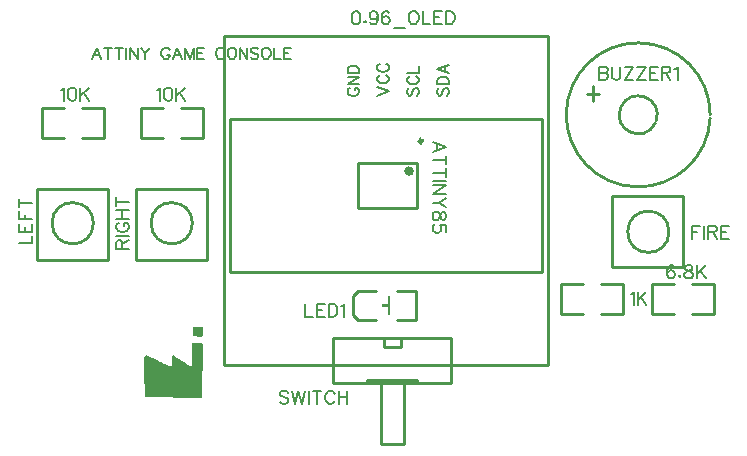
<source format=gto>
G04 Layer: TopSilkLayer*
G04 EasyEDA v6.3.22, 2020-04-03T23:48:27+02:00*
G04 c84acfee6ada4594b27f9e032ef05081,b454bf58618a4ea094e2924ff918fcb0,10*
G04 Gerber Generator version 0.2*
G04 Scale: 100 percent, Rotated: No, Reflected: No *
G04 Dimensions in millimeters *
G04 leading zeros omitted , absolute positions ,3 integer and 3 decimal *
%FSLAX33Y33*%
%MOMM*%
G90*
G71D02*

%ADD10C,0.254000*%
%ADD13C,0.203200*%
%ADD27C,0.299999*%
%ADD28C,0.399999*%
%ADD29C,0.152400*%
%ADD30C,0.202997*%

%LPD*%

%LPD*%
G36*
G01X17840Y7771D02*
G01X17006Y7771D01*
G01X16983Y7712D01*
G01X16979Y7694D01*
G01X16976Y7664D01*
G01X16973Y7625D01*
G01X16971Y7576D01*
G01X16970Y7521D01*
G01X16970Y7462D01*
G01X16972Y7398D01*
G01X16974Y7331D01*
G01X16987Y7009D01*
G01X17784Y6957D01*
G01X17894Y7091D01*
G01X17894Y7362D01*
G01X17892Y7473D01*
G01X17886Y7574D01*
G01X17878Y7654D01*
G01X17867Y7702D01*
G01X17840Y7771D01*
G37*

%LPD*%
G36*
G01X17804Y6465D02*
G01X17024Y6465D01*
G01X16965Y6407D01*
G01X16965Y4419D01*
G01X16939Y4419D01*
G01X16924Y4425D01*
G01X16892Y4441D01*
G01X16843Y4468D01*
G01X16782Y4504D01*
G01X16709Y4548D01*
G01X16626Y4597D01*
G01X16536Y4651D01*
G01X16441Y4710D01*
G01X16391Y4741D01*
G01X16287Y4805D01*
G01X16232Y4838D01*
G01X16177Y4872D01*
G01X16067Y4939D01*
G01X16012Y4972D01*
G01X15958Y5004D01*
G01X15906Y5035D01*
G01X15807Y5095D01*
G01X15761Y5122D01*
G01X15718Y5148D01*
G01X15678Y5170D01*
G01X15643Y5191D01*
G01X15316Y5381D01*
G01X15256Y5358D01*
G01X15195Y5336D01*
G01X15195Y4785D01*
G01X15194Y4699D01*
G01X15192Y4621D01*
G01X15190Y4553D01*
G01X15188Y4497D01*
G01X15185Y4455D01*
G01X15182Y4428D01*
G01X15179Y4419D01*
G01X15174Y4420D01*
G01X15162Y4425D01*
G01X15144Y4433D01*
G01X15119Y4443D01*
G01X15088Y4456D01*
G01X15051Y4472D01*
G01X15009Y4490D01*
G01X14962Y4511D01*
G01X14909Y4534D01*
G01X14852Y4559D01*
G01X14790Y4586D01*
G01X14725Y4615D01*
G01X14655Y4645D01*
G01X14582Y4677D01*
G01X14506Y4711D01*
G01X14427Y4746D01*
G01X14345Y4782D01*
G01X14261Y4819D01*
G01X14175Y4858D01*
G01X14087Y4897D01*
G01X13011Y5374D01*
G01X12953Y5326D01*
G01X12894Y5279D01*
G01X12895Y3967D01*
G01X12895Y3734D01*
G01X12896Y3578D01*
G01X12896Y3501D01*
G01X12897Y3349D01*
G01X12898Y3274D01*
G01X12899Y3200D01*
G01X12900Y3127D01*
G01X12901Y3056D01*
G01X12902Y2986D01*
G01X12903Y2918D01*
G01X12904Y2851D01*
G01X12905Y2787D01*
G01X12906Y2725D01*
G01X12908Y2666D01*
G01X12909Y2609D01*
G01X12910Y2555D01*
G01X12912Y2503D01*
G01X12913Y2455D01*
G01X12915Y2409D01*
G01X12916Y2368D01*
G01X12918Y2329D01*
G01X12919Y2295D01*
G01X12921Y2264D01*
G01X12923Y2237D01*
G01X12951Y1819D01*
G01X17739Y1771D01*
G01X17770Y1799D01*
G01X17800Y1828D01*
G01X17863Y6232D01*
G01X17833Y6349D01*
G01X17804Y6465D01*
G37*

%LPC*%
G36*
G01X13016Y2755D02*
G01X13000Y3047D01*
G01X13000Y1828D01*
G01X13016Y2146D01*
G01X13018Y2215D01*
G01X13020Y2292D01*
G01X13022Y2373D01*
G01X13022Y2538D01*
G01X13020Y2617D01*
G01X13018Y2690D01*
G01X13016Y2755D01*
G37*
G36*
G01X15316Y5017D02*
G01X15300Y5267D01*
G01X15300Y4266D01*
G01X15316Y4517D01*
G01X15319Y4572D01*
G01X15321Y4634D01*
G01X15322Y4699D01*
G01X15323Y4767D01*
G01X15322Y4835D01*
G01X15321Y4900D01*
G01X15319Y4962D01*
G01X15316Y5017D01*
G37*

%LPD*%
G54D10*
G01X51527Y8855D02*
G01X53376Y8855D01*
G01X53376Y11395D01*
G01X51527Y11395D01*
G01X50003Y11395D02*
G01X48145Y11395D01*
G01X48145Y8855D01*
G01X50003Y8855D01*
G01X34290Y10817D02*
G01X35890Y10817D01*
G01X34290Y8417D02*
G01X35890Y8417D01*
G01X32490Y10817D02*
G01X30990Y10817D01*
G01X32490Y8417D02*
G01X30990Y8417D01*
G01X35890Y10817D02*
G01X35890Y8417D01*
G01X30590Y10317D02*
G01X30590Y8917D01*
G01X30590Y10317D02*
G01X30590Y10418D01*
G01X30990Y10817D01*
G01X30590Y8917D02*
G01X30590Y8817D01*
G01X30990Y8417D01*
G01X35993Y17877D02*
G01X35993Y21677D01*
G01X30993Y21677D01*
G01X30993Y17877D01*
G01X35993Y17877D01*
G01X59274Y8855D02*
G01X61123Y8855D01*
G01X61123Y11395D01*
G01X59274Y11395D01*
G01X57750Y11395D02*
G01X55892Y11395D01*
G01X55892Y8855D01*
G01X57750Y8855D01*
G01X6057Y26318D02*
G01X4208Y26318D01*
G01X4208Y23778D01*
G01X6057Y23778D01*
G01X7581Y23778D02*
G01X9439Y23778D01*
G01X9439Y26318D01*
G01X7581Y26318D01*
G01X14439Y26318D02*
G01X12591Y26318D01*
G01X12591Y23778D01*
G01X14439Y23778D01*
G01X15963Y23778D02*
G01X17821Y23778D01*
G01X17821Y26318D01*
G01X15963Y26318D01*
G01X50384Y27524D02*
G01X51400Y27524D01*
G01X50892Y28159D02*
G01X50892Y26889D01*
G01X28871Y6823D02*
G01X33163Y6823D01*
G01X33163Y6823D02*
G01X34586Y6823D01*
G01X34586Y6823D02*
G01X38878Y6823D01*
G01X38878Y6823D02*
G01X38878Y3013D01*
G01X38878Y3013D02*
G01X35983Y3013D01*
G01X35983Y3013D02*
G01X34865Y3013D01*
G01X34865Y3013D02*
G01X32884Y3013D01*
G01X32884Y3013D02*
G01X31766Y3013D01*
G01X31766Y3013D02*
G01X28871Y3013D01*
G01X28871Y3013D02*
G01X28871Y6823D01*
G01X33163Y6823D02*
G01X33163Y6112D01*
G01X33163Y6112D02*
G01X34586Y6112D01*
G01X34586Y6112D02*
G01X34586Y6823D01*
G01X31766Y3013D02*
G01X31766Y3318D01*
G01X31766Y3318D02*
G01X35983Y3318D01*
G01X35983Y3318D02*
G01X35983Y3013D01*
G01X32884Y3013D02*
G01X32884Y-2091D01*
G01X32884Y-2091D02*
G01X34865Y-2091D01*
G01X34865Y-2091D02*
G01X34865Y3013D01*
G01X9823Y13476D02*
G01X9823Y19476D01*
G01X3823Y13475D02*
G01X3823Y19475D01*
G01X9824Y19476D02*
G01X3824Y19476D01*
G01X9824Y13476D02*
G01X3824Y13476D01*
G01X18205Y13476D02*
G01X18205Y19476D01*
G01X12205Y13475D02*
G01X12205Y19475D01*
G01X18206Y19476D02*
G01X12206Y19476D01*
G01X18206Y13476D02*
G01X12206Y13476D01*
G01X52465Y12840D02*
G01X58465Y12840D01*
G01X52464Y18840D02*
G01X58464Y18840D01*
G01X58465Y12840D02*
G01X58465Y18840D01*
G01X52465Y12840D02*
G01X52465Y18840D01*
G01X19667Y32446D02*
G01X47081Y32446D01*
G01X47081Y4537D01*
G01X19667Y4537D01*
G01X19667Y32446D01*
G01X20159Y25365D02*
G01X46575Y25365D01*
G01X46575Y12411D01*
G01X20159Y12411D01*
G01X20159Y25365D01*
G54D13*
G01X8838Y31423D02*
G01X8474Y30468D01*
G01X8838Y31423D02*
G01X9201Y30468D01*
G01X8612Y30786D02*
G01X9066Y30786D01*
G01X9821Y31423D02*
G01X9821Y30468D01*
G01X9501Y31423D02*
G01X10138Y31423D01*
G01X10755Y31423D02*
G01X10755Y30468D01*
G01X10438Y31423D02*
G01X11075Y31423D01*
G01X11375Y31423D02*
G01X11375Y30468D01*
G01X11675Y31423D02*
G01X11675Y30468D01*
G01X11675Y31423D02*
G01X12310Y30468D01*
G01X12310Y31423D02*
G01X12310Y30468D01*
G01X12610Y31423D02*
G01X12975Y30969D01*
G01X12975Y30468D01*
G01X13339Y31423D02*
G01X12975Y30969D01*
G01X15020Y31195D02*
G01X14974Y31286D01*
G01X14883Y31378D01*
G01X14791Y31423D01*
G01X14611Y31423D01*
G01X14520Y31378D01*
G01X14428Y31286D01*
G01X14383Y31195D01*
G01X14339Y31060D01*
G01X14339Y30832D01*
G01X14383Y30694D01*
G01X14428Y30606D01*
G01X14520Y30514D01*
G01X14611Y30468D01*
G01X14791Y30468D01*
G01X14883Y30514D01*
G01X14974Y30606D01*
G01X15020Y30694D01*
G01X15020Y30832D01*
G01X14791Y30832D02*
G01X15020Y30832D01*
G01X15683Y31423D02*
G01X15320Y30468D01*
G01X15683Y31423D02*
G01X16046Y30468D01*
G01X15457Y30786D02*
G01X15912Y30786D01*
G01X16346Y31423D02*
G01X16346Y30468D01*
G01X16346Y31423D02*
G01X16712Y30468D01*
G01X17075Y31423D02*
G01X16712Y30468D01*
G01X17075Y31423D02*
G01X17075Y30468D01*
G01X17375Y31423D02*
G01X17375Y30468D01*
G01X17375Y31423D02*
G01X17966Y31423D01*
G01X17375Y30969D02*
G01X17738Y30969D01*
G01X17375Y30468D02*
G01X17966Y30468D01*
G01X19648Y31195D02*
G01X19602Y31286D01*
G01X19511Y31378D01*
G01X19419Y31423D01*
G01X19239Y31423D01*
G01X19148Y31378D01*
G01X19056Y31286D01*
G01X19010Y31195D01*
G01X18965Y31060D01*
G01X18965Y30832D01*
G01X19010Y30694D01*
G01X19056Y30606D01*
G01X19148Y30514D01*
G01X19239Y30468D01*
G01X19419Y30468D01*
G01X19511Y30514D01*
G01X19602Y30606D01*
G01X19648Y30694D01*
G01X20219Y31423D02*
G01X20128Y31378D01*
G01X20039Y31286D01*
G01X19993Y31195D01*
G01X19948Y31060D01*
G01X19948Y30832D01*
G01X19993Y30694D01*
G01X20039Y30606D01*
G01X20128Y30514D01*
G01X20219Y30468D01*
G01X20402Y30468D01*
G01X20494Y30514D01*
G01X20583Y30606D01*
G01X20628Y30694D01*
G01X20674Y30832D01*
G01X20674Y31060D01*
G01X20628Y31195D01*
G01X20583Y31286D01*
G01X20494Y31378D01*
G01X20402Y31423D01*
G01X20219Y31423D01*
G01X20974Y31423D02*
G01X20974Y30468D01*
G01X20974Y31423D02*
G01X21611Y30468D01*
G01X21611Y31423D02*
G01X21611Y30468D01*
G01X22546Y31286D02*
G01X22457Y31378D01*
G01X22320Y31423D01*
G01X22137Y31423D01*
G01X22003Y31378D01*
G01X21911Y31286D01*
G01X21911Y31195D01*
G01X21957Y31103D01*
G01X22003Y31060D01*
G01X22091Y31014D01*
G01X22366Y30923D01*
G01X22457Y30877D01*
G01X22503Y30832D01*
G01X22546Y30740D01*
G01X22546Y30606D01*
G01X22457Y30514D01*
G01X22320Y30468D01*
G01X22137Y30468D01*
G01X22003Y30514D01*
G01X21911Y30606D01*
G01X23120Y31423D02*
G01X23029Y31378D01*
G01X22937Y31286D01*
G01X22892Y31195D01*
G01X22848Y31060D01*
G01X22848Y30832D01*
G01X22892Y30694D01*
G01X22937Y30606D01*
G01X23029Y30514D01*
G01X23120Y30468D01*
G01X23303Y30468D01*
G01X23392Y30514D01*
G01X23483Y30606D01*
G01X23529Y30694D01*
G01X23575Y30832D01*
G01X23575Y31060D01*
G01X23529Y31195D01*
G01X23483Y31286D01*
G01X23392Y31378D01*
G01X23303Y31423D01*
G01X23120Y31423D01*
G01X23875Y31423D02*
G01X23875Y30468D01*
G01X23875Y30468D02*
G01X24421Y30468D01*
G01X24720Y31423D02*
G01X24720Y30468D01*
G01X24720Y31423D02*
G01X25310Y31423D01*
G01X24720Y30969D02*
G01X25084Y30969D01*
G01X24720Y30468D02*
G01X25310Y30468D01*
G54D29*
G01X54063Y10555D02*
G01X54167Y10606D01*
G01X54322Y10760D01*
G01X54322Y9671D01*
G01X54665Y10760D02*
G01X54665Y9671D01*
G01X55394Y10760D02*
G01X54665Y10034D01*
G01X54926Y10293D02*
G01X55394Y9671D01*
G01X26508Y9744D02*
G01X26508Y8652D01*
G01X26508Y8652D02*
G01X27131Y8652D01*
G01X27474Y9744D02*
G01X27474Y8652D01*
G01X27474Y9744D02*
G01X28149Y9744D01*
G01X27474Y9224D02*
G01X27890Y9224D01*
G01X27474Y8652D02*
G01X28149Y8652D01*
G01X28492Y9744D02*
G01X28492Y8652D01*
G01X28492Y9744D02*
G01X28858Y9744D01*
G01X29013Y9691D01*
G01X29117Y9590D01*
G01X29168Y9485D01*
G01X29221Y9328D01*
G01X29221Y9069D01*
G01X29168Y8914D01*
G01X29117Y8810D01*
G01X29013Y8706D01*
G01X28858Y8652D01*
G01X28492Y8652D01*
G01X29564Y9536D02*
G01X29668Y9590D01*
G01X29823Y9744D01*
G01X29823Y8652D01*
G01X38393Y23046D02*
G01X37304Y23460D01*
G01X38393Y23046D02*
G01X37304Y22630D01*
G01X37667Y23306D02*
G01X37667Y22787D01*
G01X38393Y21924D02*
G01X37304Y21924D01*
G01X38393Y22287D02*
G01X38393Y21561D01*
G01X38393Y20854D02*
G01X37304Y20854D01*
G01X38393Y21218D02*
G01X38393Y20489D01*
G01X38393Y20146D02*
G01X37304Y20146D01*
G01X38393Y19803D02*
G01X37304Y19803D01*
G01X38393Y19803D02*
G01X37304Y19076D01*
G01X38393Y19076D02*
G01X37304Y19076D01*
G01X38393Y18734D02*
G01X37875Y18317D01*
G01X37304Y18317D01*
G01X38393Y17903D02*
G01X37875Y18317D01*
G01X38393Y17301D02*
G01X38342Y17456D01*
G01X38238Y17507D01*
G01X38134Y17507D01*
G01X38030Y17456D01*
G01X37979Y17352D01*
G01X37926Y17144D01*
G01X37875Y16989D01*
G01X37771Y16884D01*
G01X37667Y16831D01*
G01X37512Y16831D01*
G01X37408Y16884D01*
G01X37354Y16935D01*
G01X37304Y17093D01*
G01X37304Y17301D01*
G01X37354Y17456D01*
G01X37408Y17507D01*
G01X37512Y17560D01*
G01X37667Y17560D01*
G01X37771Y17507D01*
G01X37875Y17403D01*
G01X37926Y17248D01*
G01X37979Y17039D01*
G01X38030Y16935D01*
G01X38134Y16884D01*
G01X38238Y16884D01*
G01X38342Y16935D01*
G01X38393Y17093D01*
G01X38393Y17301D01*
G01X38393Y15866D02*
G01X38393Y16387D01*
G01X37926Y16437D01*
G01X37979Y16387D01*
G01X38030Y16229D01*
G01X38030Y16074D01*
G01X37979Y15917D01*
G01X37875Y15815D01*
G01X37720Y15762D01*
G01X37616Y15762D01*
G01X37458Y15815D01*
G01X37354Y15917D01*
G01X37304Y16074D01*
G01X37304Y16229D01*
G01X37354Y16387D01*
G01X37408Y16437D01*
G01X37512Y16488D01*
G01X57771Y12838D02*
G01X57720Y12942D01*
G01X57565Y12993D01*
G01X57461Y12993D01*
G01X57304Y12942D01*
G01X57199Y12787D01*
G01X57149Y12526D01*
G01X57149Y12267D01*
G01X57199Y12058D01*
G01X57304Y11954D01*
G01X57461Y11903D01*
G01X57512Y11903D01*
G01X57669Y11954D01*
G01X57771Y12058D01*
G01X57824Y12216D01*
G01X57824Y12267D01*
G01X57771Y12422D01*
G01X57669Y12526D01*
G01X57512Y12579D01*
G01X57461Y12579D01*
G01X57304Y12526D01*
G01X57199Y12422D01*
G01X57149Y12267D01*
G01X58218Y12163D02*
G01X58167Y12112D01*
G01X58218Y12058D01*
G01X58271Y12112D01*
G01X58218Y12163D01*
G01X58873Y12993D02*
G01X58718Y12942D01*
G01X58665Y12838D01*
G01X58665Y12734D01*
G01X58718Y12630D01*
G01X58822Y12579D01*
G01X59028Y12526D01*
G01X59186Y12475D01*
G01X59290Y12371D01*
G01X59341Y12267D01*
G01X59341Y12112D01*
G01X59290Y12008D01*
G01X59236Y11954D01*
G01X59082Y11903D01*
G01X58873Y11903D01*
G01X58718Y11954D01*
G01X58665Y12008D01*
G01X58614Y12112D01*
G01X58614Y12267D01*
G01X58665Y12371D01*
G01X58769Y12475D01*
G01X58927Y12526D01*
G01X59132Y12579D01*
G01X59236Y12630D01*
G01X59290Y12734D01*
G01X59290Y12838D01*
G01X59236Y12942D01*
G01X59082Y12993D01*
G01X58873Y12993D01*
G01X59684Y12993D02*
G01X59684Y11903D01*
G01X60412Y12993D02*
G01X59684Y12267D01*
G01X59943Y12526D02*
G01X60412Y11903D01*
G01X5807Y27827D02*
G01X5912Y27878D01*
G01X6067Y28032D01*
G01X6067Y26943D01*
G01X6722Y28032D02*
G01X6567Y27982D01*
G01X6463Y27827D01*
G01X6409Y27565D01*
G01X6409Y27410D01*
G01X6463Y27151D01*
G01X6567Y26994D01*
G01X6722Y26943D01*
G01X6826Y26943D01*
G01X6981Y26994D01*
G01X7085Y27151D01*
G01X7138Y27410D01*
G01X7138Y27565D01*
G01X7085Y27827D01*
G01X6981Y27982D01*
G01X6826Y28032D01*
G01X6722Y28032D01*
G01X7481Y28032D02*
G01X7481Y26943D01*
G01X8208Y28032D02*
G01X7481Y27306D01*
G01X7740Y27565D02*
G01X8208Y26943D01*
G01X13935Y27827D02*
G01X14040Y27878D01*
G01X14195Y28032D01*
G01X14195Y26943D01*
G01X14850Y28032D02*
G01X14695Y27982D01*
G01X14591Y27827D01*
G01X14537Y27565D01*
G01X14537Y27410D01*
G01X14591Y27151D01*
G01X14695Y26994D01*
G01X14850Y26943D01*
G01X14954Y26943D01*
G01X15109Y26994D01*
G01X15213Y27151D01*
G01X15266Y27410D01*
G01X15266Y27565D01*
G01X15213Y27827D01*
G01X15109Y27982D01*
G01X14954Y28032D01*
G01X14850Y28032D01*
G01X15609Y28032D02*
G01X15609Y26943D01*
G01X16336Y28032D02*
G01X15609Y27306D01*
G01X15868Y27565D02*
G01X16336Y26943D01*
G01X51400Y29810D02*
G01X51400Y28721D01*
G01X51400Y29810D02*
G01X51868Y29810D01*
G01X52023Y29760D01*
G01X52076Y29709D01*
G01X52127Y29605D01*
G01X52127Y29501D01*
G01X52076Y29396D01*
G01X52023Y29343D01*
G01X51868Y29292D01*
G01X51400Y29292D02*
G01X51868Y29292D01*
G01X52023Y29239D01*
G01X52076Y29188D01*
G01X52127Y29084D01*
G01X52127Y28929D01*
G01X52076Y28825D01*
G01X52023Y28772D01*
G01X51868Y28721D01*
G01X51400Y28721D01*
G01X52470Y29810D02*
G01X52470Y29033D01*
G01X52523Y28876D01*
G01X52627Y28772D01*
G01X52782Y28721D01*
G01X52886Y28721D01*
G01X53041Y28772D01*
G01X53145Y28876D01*
G01X53199Y29033D01*
G01X53199Y29810D01*
G01X54268Y29810D02*
G01X53542Y28721D01*
G01X53542Y29810D02*
G01X54268Y29810D01*
G01X53542Y28721D02*
G01X54268Y28721D01*
G01X55337Y29810D02*
G01X54611Y28721D01*
G01X54611Y29810D02*
G01X55337Y29810D01*
G01X54611Y28721D02*
G01X55337Y28721D01*
G01X55680Y29810D02*
G01X55680Y28721D01*
G01X55680Y29810D02*
G01X56356Y29810D01*
G01X55680Y29292D02*
G01X56097Y29292D01*
G01X55680Y28721D02*
G01X56356Y28721D01*
G01X56699Y29810D02*
G01X56699Y28721D01*
G01X56699Y29810D02*
G01X57166Y29810D01*
G01X57324Y29760D01*
G01X57375Y29709D01*
G01X57428Y29605D01*
G01X57428Y29501D01*
G01X57375Y29396D01*
G01X57324Y29343D01*
G01X57166Y29292D01*
G01X56699Y29292D01*
G01X57065Y29292D02*
G01X57428Y28721D01*
G01X57771Y29605D02*
G01X57875Y29656D01*
G01X58030Y29810D01*
G01X58030Y28721D01*
G01X25076Y2224D02*
G01X24972Y2328D01*
G01X24817Y2378D01*
G01X24609Y2378D01*
G01X24454Y2328D01*
G01X24349Y2224D01*
G01X24349Y2119D01*
G01X24400Y2015D01*
G01X24454Y1964D01*
G01X24558Y1911D01*
G01X24870Y1807D01*
G01X24972Y1756D01*
G01X25025Y1705D01*
G01X25076Y1601D01*
G01X25076Y1444D01*
G01X24972Y1340D01*
G01X24817Y1289D01*
G01X24609Y1289D01*
G01X24454Y1340D01*
G01X24349Y1444D01*
G01X25419Y2378D02*
G01X25680Y1289D01*
G01X25940Y2378D02*
G01X25680Y1289D01*
G01X25940Y2378D02*
G01X26199Y1289D01*
G01X26458Y2378D02*
G01X26199Y1289D01*
G01X26801Y2378D02*
G01X26801Y1289D01*
G01X27509Y2378D02*
G01X27509Y1289D01*
G01X27143Y2378D02*
G01X27872Y2378D01*
G01X28995Y2119D02*
G01X28942Y2224D01*
G01X28838Y2328D01*
G01X28734Y2378D01*
G01X28528Y2378D01*
G01X28424Y2328D01*
G01X28320Y2224D01*
G01X28266Y2119D01*
G01X28215Y1964D01*
G01X28215Y1705D01*
G01X28266Y1548D01*
G01X28320Y1444D01*
G01X28424Y1340D01*
G01X28528Y1289D01*
G01X28734Y1289D01*
G01X28838Y1340D01*
G01X28942Y1444D01*
G01X28995Y1548D01*
G01X29338Y2378D02*
G01X29338Y1289D01*
G01X30064Y2378D02*
G01X30064Y1289D01*
G01X29338Y1860D02*
G01X30064Y1860D01*
G01X2251Y14903D02*
G01X3344Y14903D01*
G01X3344Y14903D02*
G01X3344Y15526D01*
G01X2251Y15868D02*
G01X3344Y15868D01*
G01X2251Y15868D02*
G01X2251Y16544D01*
G01X2772Y15868D02*
G01X2772Y16285D01*
G01X3344Y15868D02*
G01X3344Y16544D01*
G01X2251Y16887D02*
G01X3344Y16887D01*
G01X2251Y16887D02*
G01X2251Y17563D01*
G01X2772Y16887D02*
G01X2772Y17304D01*
G01X2251Y18269D02*
G01X3344Y18269D01*
G01X2251Y17906D02*
G01X2251Y18634D01*
G01X10506Y14428D02*
G01X11599Y14428D01*
G01X10506Y14428D02*
G01X10506Y14896D01*
G01X10560Y15051D01*
G01X10611Y15104D01*
G01X10715Y15155D01*
G01X10819Y15155D01*
G01X10923Y15104D01*
G01X10974Y15051D01*
G01X11027Y14896D01*
G01X11027Y14428D01*
G01X11027Y14791D02*
G01X11599Y15155D01*
G01X10506Y15498D02*
G01X11599Y15498D01*
G01X10768Y16620D02*
G01X10664Y16569D01*
G01X10560Y16465D01*
G01X10506Y16361D01*
G01X10506Y16153D01*
G01X10560Y16049D01*
G01X10664Y15945D01*
G01X10768Y15894D01*
G01X10923Y15840D01*
G01X11182Y15840D01*
G01X11340Y15894D01*
G01X11441Y15945D01*
G01X11545Y16049D01*
G01X11599Y16153D01*
G01X11599Y16361D01*
G01X11545Y16465D01*
G01X11441Y16569D01*
G01X11340Y16620D01*
G01X11182Y16620D01*
G01X11182Y16361D02*
G01X11182Y16620D01*
G01X10506Y16963D02*
G01X11599Y16963D01*
G01X10506Y17692D02*
G01X11599Y17692D01*
G01X11027Y16963D02*
G01X11027Y17692D01*
G01X10506Y18398D02*
G01X11599Y18398D01*
G01X10506Y18035D02*
G01X10506Y18761D01*
G01X59274Y16349D02*
G01X59274Y15256D01*
G01X59274Y16349D02*
G01X59950Y16349D01*
G01X59274Y15828D02*
G01X59691Y15828D01*
G01X60293Y16349D02*
G01X60293Y15256D01*
G01X60636Y16349D02*
G01X60636Y15256D01*
G01X60636Y16349D02*
G01X61103Y16349D01*
G01X61258Y16295D01*
G01X61312Y16244D01*
G01X61362Y16140D01*
G01X61362Y16036D01*
G01X61312Y15932D01*
G01X61258Y15881D01*
G01X61103Y15828D01*
G01X60636Y15828D01*
G01X60999Y15828D02*
G01X61362Y15256D01*
G01X61705Y16349D02*
G01X61705Y15256D01*
G01X61705Y16349D02*
G01X62381Y16349D01*
G01X61705Y15828D02*
G01X62122Y15828D01*
G01X61705Y15256D02*
G01X62381Y15256D01*
G01X30758Y34510D02*
G01X30600Y34459D01*
G01X30496Y34304D01*
G01X30445Y34042D01*
G01X30445Y33887D01*
G01X30496Y33628D01*
G01X30600Y33471D01*
G01X30758Y33420D01*
G01X30862Y33420D01*
G01X31017Y33471D01*
G01X31121Y33628D01*
G01X31172Y33887D01*
G01X31172Y34042D01*
G01X31121Y34304D01*
G01X31017Y34459D01*
G01X30862Y34510D01*
G01X30758Y34510D01*
G01X31568Y33679D02*
G01X31515Y33628D01*
G01X31568Y33575D01*
G01X31619Y33628D01*
G01X31568Y33679D01*
G01X32637Y34146D02*
G01X32587Y33991D01*
G01X32483Y33887D01*
G01X32325Y33836D01*
G01X32274Y33836D01*
G01X32119Y33887D01*
G01X32015Y33991D01*
G01X31962Y34146D01*
G01X31962Y34200D01*
G01X32015Y34355D01*
G01X32119Y34459D01*
G01X32274Y34510D01*
G01X32325Y34510D01*
G01X32483Y34459D01*
G01X32587Y34355D01*
G01X32637Y34146D01*
G01X32637Y33887D01*
G01X32587Y33628D01*
G01X32483Y33471D01*
G01X32325Y33420D01*
G01X32223Y33420D01*
G01X32066Y33471D01*
G01X32015Y33575D01*
G01X33605Y34355D02*
G01X33552Y34459D01*
G01X33397Y34510D01*
G01X33293Y34510D01*
G01X33138Y34459D01*
G01X33034Y34304D01*
G01X32980Y34042D01*
G01X32980Y33783D01*
G01X33034Y33575D01*
G01X33138Y33471D01*
G01X33293Y33420D01*
G01X33344Y33420D01*
G01X33501Y33471D01*
G01X33605Y33575D01*
G01X33656Y33732D01*
G01X33656Y33783D01*
G01X33605Y33938D01*
G01X33501Y34042D01*
G01X33344Y34095D01*
G01X33293Y34095D01*
G01X33138Y34042D01*
G01X33034Y33938D01*
G01X32980Y33783D01*
G01X33999Y33057D02*
G01X34934Y33057D01*
G01X35589Y34510D02*
G01X35485Y34459D01*
G01X35381Y34355D01*
G01X35330Y34250D01*
G01X35277Y34095D01*
G01X35277Y33836D01*
G01X35330Y33679D01*
G01X35381Y33575D01*
G01X35485Y33471D01*
G01X35589Y33420D01*
G01X35797Y33420D01*
G01X35901Y33471D01*
G01X36006Y33575D01*
G01X36056Y33679D01*
G01X36110Y33836D01*
G01X36110Y34095D01*
G01X36056Y34250D01*
G01X36006Y34355D01*
G01X35901Y34459D01*
G01X35797Y34510D01*
G01X35589Y34510D01*
G01X36453Y34510D02*
G01X36453Y33420D01*
G01X36453Y33420D02*
G01X37075Y33420D01*
G01X37418Y34510D02*
G01X37418Y33420D01*
G01X37418Y34510D02*
G01X38093Y34510D01*
G01X37418Y33991D02*
G01X37834Y33991D01*
G01X37418Y33420D02*
G01X38093Y33420D01*
G01X38436Y34510D02*
G01X38436Y33420D01*
G01X38436Y34510D02*
G01X38800Y34510D01*
G01X38954Y34459D01*
G01X39059Y34355D01*
G01X39112Y34250D01*
G01X39163Y34095D01*
G01X39163Y33836D01*
G01X39112Y33679D01*
G01X39059Y33575D01*
G01X38954Y33471D01*
G01X38800Y33420D01*
G01X38436Y33420D01*
G54D30*
G01X30332Y28051D02*
G01X30240Y28005D01*
G01X30149Y27913D01*
G01X30103Y27822D01*
G01X30103Y27642D01*
G01X30149Y27550D01*
G01X30240Y27459D01*
G01X30332Y27413D01*
G01X30469Y27367D01*
G01X30695Y27367D01*
G01X30832Y27413D01*
G01X30923Y27459D01*
G01X31012Y27550D01*
G01X31058Y27642D01*
G01X31058Y27822D01*
G01X31012Y27913D01*
G01X30923Y28005D01*
G01X30832Y28051D01*
G01X30695Y28051D01*
G01X30695Y27822D02*
G01X30695Y28051D01*
G01X30103Y28350D02*
G01X31058Y28350D01*
G01X30103Y28350D02*
G01X31058Y28985D01*
G01X30103Y28985D02*
G01X31058Y28985D01*
G01X30103Y29285D02*
G01X31058Y29285D01*
G01X30103Y29285D02*
G01X30103Y29605D01*
G01X30149Y29740D01*
G01X30240Y29831D01*
G01X30332Y29877D01*
G01X30469Y29923D01*
G01X30695Y29923D01*
G01X30832Y29877D01*
G01X30923Y29831D01*
G01X31012Y29740D01*
G01X31058Y29605D01*
G01X31058Y29285D01*
G01X32606Y27383D02*
G01X33561Y27747D01*
G01X32606Y28110D02*
G01X33561Y27747D01*
G01X32832Y29093D02*
G01X32741Y29047D01*
G01X32652Y28956D01*
G01X32606Y28864D01*
G01X32606Y28681D01*
G01X32652Y28593D01*
G01X32741Y28501D01*
G01X32832Y28455D01*
G01X32969Y28410D01*
G01X33195Y28410D01*
G01X33333Y28455D01*
G01X33424Y28501D01*
G01X33515Y28593D01*
G01X33561Y28681D01*
G01X33561Y28864D01*
G01X33515Y28956D01*
G01X33424Y29047D01*
G01X33333Y29093D01*
G01X32832Y30073D02*
G01X32741Y30028D01*
G01X32652Y29936D01*
G01X32606Y29847D01*
G01X32606Y29664D01*
G01X32652Y29573D01*
G01X32741Y29482D01*
G01X32832Y29438D01*
G01X32969Y29393D01*
G01X33195Y29393D01*
G01X33333Y29438D01*
G01X33424Y29482D01*
G01X33515Y29573D01*
G01X33561Y29664D01*
G01X33561Y29847D01*
G01X33515Y29936D01*
G01X33424Y30028D01*
G01X33333Y30073D01*
G01X35281Y28018D02*
G01X35192Y27927D01*
G01X35146Y27792D01*
G01X35146Y27610D01*
G01X35192Y27472D01*
G01X35281Y27383D01*
G01X35372Y27383D01*
G01X35464Y27429D01*
G01X35509Y27472D01*
G01X35555Y27564D01*
G01X35647Y27838D01*
G01X35692Y27927D01*
G01X35735Y27973D01*
G01X35827Y28018D01*
G01X35964Y28018D01*
G01X36055Y27927D01*
G01X36101Y27792D01*
G01X36101Y27610D01*
G01X36055Y27472D01*
G01X35964Y27383D01*
G01X35372Y29001D02*
G01X35281Y28956D01*
G01X35192Y28864D01*
G01X35146Y28773D01*
G01X35146Y28593D01*
G01X35192Y28501D01*
G01X35281Y28410D01*
G01X35372Y28364D01*
G01X35509Y28318D01*
G01X35735Y28318D01*
G01X35873Y28364D01*
G01X35964Y28410D01*
G01X36055Y28501D01*
G01X36101Y28593D01*
G01X36101Y28773D01*
G01X36055Y28864D01*
G01X35964Y28956D01*
G01X35873Y29001D01*
G01X35146Y29301D02*
G01X36101Y29301D01*
G01X36101Y29301D02*
G01X36101Y29847D01*
G01X37821Y28018D02*
G01X37732Y27927D01*
G01X37686Y27792D01*
G01X37686Y27610D01*
G01X37732Y27472D01*
G01X37821Y27383D01*
G01X37912Y27383D01*
G01X38004Y27429D01*
G01X38049Y27472D01*
G01X38095Y27564D01*
G01X38187Y27838D01*
G01X38232Y27927D01*
G01X38275Y27973D01*
G01X38367Y28018D01*
G01X38504Y28018D01*
G01X38595Y27927D01*
G01X38641Y27792D01*
G01X38641Y27610D01*
G01X38595Y27472D01*
G01X38504Y27383D01*
G01X37686Y28318D02*
G01X38641Y28318D01*
G01X37686Y28318D02*
G01X37686Y28638D01*
G01X37732Y28773D01*
G01X37821Y28864D01*
G01X37912Y28910D01*
G01X38049Y28956D01*
G01X38275Y28956D01*
G01X38413Y28910D01*
G01X38504Y28864D01*
G01X38595Y28773D01*
G01X38641Y28638D01*
G01X38641Y28318D01*
G01X37686Y29619D02*
G01X38641Y29255D01*
G01X37686Y29619D02*
G01X38641Y29982D01*
G01X38321Y29393D02*
G01X38321Y29847D01*
G54D27*
G75*
G01X36291Y23377D02*
G03X36288Y23377I-2J150D01*
G01*
G54D28*
G75*
G01X35295Y20779D02*
G03X35290Y20779I-3J200D01*
G01*
G54D10*
G75*
G01X60799Y25747D02*
G03X60794Y25493I-6096J0D01*
G01*
G75*
G01X56227Y25239D02*
G03X56140Y25029I-1524J508D01*
G01*
G75*
G01X8571Y16572D02*
G03X8571Y16572I-1750J0D01*
G01*
G75*
G01X16953Y16572D02*
G03X16953Y16572I-1750J0D01*
G01*
G75*
G01X57311Y15844D02*
G03X57311Y15844I-1750J0D01*
G01*

%LPD*%
G36*
G01X33691Y10417D02*
G01X33491Y10417D01*
G01X33491Y8817D01*
G01X33691Y8817D01*
G01X33691Y10417D01*
G37*

%LPD*%
G36*
G01X33591Y9717D02*
G01X32991Y9717D01*
G01X32991Y9517D01*
G01X33591Y9517D01*
G01X33591Y9717D01*
G37*
M00*
M02*

</source>
